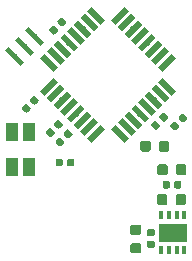
<source format=gbr>
G04 #@! TF.GenerationSoftware,KiCad,Pcbnew,(5.1.2)-2*
G04 #@! TF.CreationDate,2020-01-14T13:00:19+01:00*
G04 #@! TF.ProjectId,ACM-pcb,41434d2d-7063-4622-9e6b-696361645f70,rev?*
G04 #@! TF.SameCoordinates,Original*
G04 #@! TF.FileFunction,Paste,Top*
G04 #@! TF.FilePolarity,Positive*
%FSLAX46Y46*%
G04 Gerber Fmt 4.6, Leading zero omitted, Abs format (unit mm)*
G04 Created by KiCad (PCBNEW (5.1.2)-2) date 2020-01-14 13:00:19*
%MOMM*%
%LPD*%
G04 APERTURE LIST*
%ADD10C,0.100000*%
%ADD11C,0.875000*%
%ADD12C,0.550000*%
%ADD13R,1.100000X1.500000*%
%ADD14C,0.590000*%
%ADD15C,0.400000*%
%ADD16R,0.350000X0.750000*%
%ADD17R,2.400000X1.600000*%
G04 APERTURE END LIST*
D10*
G36*
X79027691Y-78026053D02*
G01*
X79048926Y-78029203D01*
X79069750Y-78034419D01*
X79089962Y-78041651D01*
X79109368Y-78050830D01*
X79127781Y-78061866D01*
X79145024Y-78074654D01*
X79160930Y-78089070D01*
X79175346Y-78104976D01*
X79188134Y-78122219D01*
X79199170Y-78140632D01*
X79208349Y-78160038D01*
X79215581Y-78180250D01*
X79220797Y-78201074D01*
X79223947Y-78222309D01*
X79225000Y-78243750D01*
X79225000Y-78756250D01*
X79223947Y-78777691D01*
X79220797Y-78798926D01*
X79215581Y-78819750D01*
X79208349Y-78839962D01*
X79199170Y-78859368D01*
X79188134Y-78877781D01*
X79175346Y-78895024D01*
X79160930Y-78910930D01*
X79145024Y-78925346D01*
X79127781Y-78938134D01*
X79109368Y-78949170D01*
X79089962Y-78958349D01*
X79069750Y-78965581D01*
X79048926Y-78970797D01*
X79027691Y-78973947D01*
X79006250Y-78975000D01*
X78568750Y-78975000D01*
X78547309Y-78973947D01*
X78526074Y-78970797D01*
X78505250Y-78965581D01*
X78485038Y-78958349D01*
X78465632Y-78949170D01*
X78447219Y-78938134D01*
X78429976Y-78925346D01*
X78414070Y-78910930D01*
X78399654Y-78895024D01*
X78386866Y-78877781D01*
X78375830Y-78859368D01*
X78366651Y-78839962D01*
X78359419Y-78819750D01*
X78354203Y-78798926D01*
X78351053Y-78777691D01*
X78350000Y-78756250D01*
X78350000Y-78243750D01*
X78351053Y-78222309D01*
X78354203Y-78201074D01*
X78359419Y-78180250D01*
X78366651Y-78160038D01*
X78375830Y-78140632D01*
X78386866Y-78122219D01*
X78399654Y-78104976D01*
X78414070Y-78089070D01*
X78429976Y-78074654D01*
X78447219Y-78061866D01*
X78465632Y-78050830D01*
X78485038Y-78041651D01*
X78505250Y-78034419D01*
X78526074Y-78029203D01*
X78547309Y-78026053D01*
X78568750Y-78025000D01*
X79006250Y-78025000D01*
X79027691Y-78026053D01*
X79027691Y-78026053D01*
G37*
D11*
X78787500Y-78500000D03*
D10*
G36*
X77452691Y-78026053D02*
G01*
X77473926Y-78029203D01*
X77494750Y-78034419D01*
X77514962Y-78041651D01*
X77534368Y-78050830D01*
X77552781Y-78061866D01*
X77570024Y-78074654D01*
X77585930Y-78089070D01*
X77600346Y-78104976D01*
X77613134Y-78122219D01*
X77624170Y-78140632D01*
X77633349Y-78160038D01*
X77640581Y-78180250D01*
X77645797Y-78201074D01*
X77648947Y-78222309D01*
X77650000Y-78243750D01*
X77650000Y-78756250D01*
X77648947Y-78777691D01*
X77645797Y-78798926D01*
X77640581Y-78819750D01*
X77633349Y-78839962D01*
X77624170Y-78859368D01*
X77613134Y-78877781D01*
X77600346Y-78895024D01*
X77585930Y-78910930D01*
X77570024Y-78925346D01*
X77552781Y-78938134D01*
X77534368Y-78949170D01*
X77514962Y-78958349D01*
X77494750Y-78965581D01*
X77473926Y-78970797D01*
X77452691Y-78973947D01*
X77431250Y-78975000D01*
X76993750Y-78975000D01*
X76972309Y-78973947D01*
X76951074Y-78970797D01*
X76930250Y-78965581D01*
X76910038Y-78958349D01*
X76890632Y-78949170D01*
X76872219Y-78938134D01*
X76854976Y-78925346D01*
X76839070Y-78910930D01*
X76824654Y-78895024D01*
X76811866Y-78877781D01*
X76800830Y-78859368D01*
X76791651Y-78839962D01*
X76784419Y-78819750D01*
X76779203Y-78798926D01*
X76776053Y-78777691D01*
X76775000Y-78756250D01*
X76775000Y-78243750D01*
X76776053Y-78222309D01*
X76779203Y-78201074D01*
X76784419Y-78180250D01*
X76791651Y-78160038D01*
X76800830Y-78140632D01*
X76811866Y-78122219D01*
X76824654Y-78104976D01*
X76839070Y-78089070D01*
X76854976Y-78074654D01*
X76872219Y-78061866D01*
X76890632Y-78050830D01*
X76910038Y-78041651D01*
X76930250Y-78034419D01*
X76951074Y-78029203D01*
X76972309Y-78026053D01*
X76993750Y-78025000D01*
X77431250Y-78025000D01*
X77452691Y-78026053D01*
X77452691Y-78026053D01*
G37*
D11*
X77212500Y-78500000D03*
D12*
X73018019Y-67461165D03*
D10*
G36*
X72257879Y-67089934D02*
G01*
X72646788Y-66701025D01*
X73778159Y-67832396D01*
X73389250Y-68221305D01*
X72257879Y-67089934D01*
X72257879Y-67089934D01*
G37*
D12*
X72452334Y-68026851D03*
D10*
G36*
X71692194Y-67655620D02*
G01*
X72081103Y-67266711D01*
X73212474Y-68398082D01*
X72823565Y-68786991D01*
X71692194Y-67655620D01*
X71692194Y-67655620D01*
G37*
D12*
X71886648Y-68592536D03*
D10*
G36*
X71126508Y-68221305D02*
G01*
X71515417Y-67832396D01*
X72646788Y-68963767D01*
X72257879Y-69352676D01*
X71126508Y-68221305D01*
X71126508Y-68221305D01*
G37*
D12*
X71320963Y-69158221D03*
D10*
G36*
X70560823Y-68786990D02*
G01*
X70949732Y-68398081D01*
X72081103Y-69529452D01*
X71692194Y-69918361D01*
X70560823Y-68786990D01*
X70560823Y-68786990D01*
G37*
D12*
X70755277Y-69723907D03*
D10*
G36*
X69995137Y-69352676D02*
G01*
X70384046Y-68963767D01*
X71515417Y-70095138D01*
X71126508Y-70484047D01*
X69995137Y-69352676D01*
X69995137Y-69352676D01*
G37*
D12*
X70189592Y-70289592D03*
D10*
G36*
X69429452Y-69918361D02*
G01*
X69818361Y-69529452D01*
X70949732Y-70660823D01*
X70560823Y-71049732D01*
X69429452Y-69918361D01*
X69429452Y-69918361D01*
G37*
D12*
X69623907Y-70855278D03*
D10*
G36*
X68863767Y-70484047D02*
G01*
X69252676Y-70095138D01*
X70384047Y-71226509D01*
X69995138Y-71615418D01*
X68863767Y-70484047D01*
X68863767Y-70484047D01*
G37*
D12*
X69058221Y-71420963D03*
D10*
G36*
X68298081Y-71049732D02*
G01*
X68686990Y-70660823D01*
X69818361Y-71792194D01*
X69429452Y-72181103D01*
X68298081Y-71049732D01*
X68298081Y-71049732D01*
G37*
D12*
X69058221Y-73471573D03*
D10*
G36*
X68686990Y-74231713D02*
G01*
X68298081Y-73842804D01*
X69429452Y-72711433D01*
X69818361Y-73100342D01*
X68686990Y-74231713D01*
X68686990Y-74231713D01*
G37*
D12*
X69623907Y-74037258D03*
D10*
G36*
X69252676Y-74797398D02*
G01*
X68863767Y-74408489D01*
X69995138Y-73277118D01*
X70384047Y-73666027D01*
X69252676Y-74797398D01*
X69252676Y-74797398D01*
G37*
D12*
X70189592Y-74602944D03*
D10*
G36*
X69818361Y-75363084D02*
G01*
X69429452Y-74974175D01*
X70560823Y-73842804D01*
X70949732Y-74231713D01*
X69818361Y-75363084D01*
X69818361Y-75363084D01*
G37*
D12*
X70755277Y-75168629D03*
D10*
G36*
X70384046Y-75928769D02*
G01*
X69995137Y-75539860D01*
X71126508Y-74408489D01*
X71515417Y-74797398D01*
X70384046Y-75928769D01*
X70384046Y-75928769D01*
G37*
D12*
X71320963Y-75734315D03*
D10*
G36*
X70949732Y-76494455D02*
G01*
X70560823Y-76105546D01*
X71692194Y-74974175D01*
X72081103Y-75363084D01*
X70949732Y-76494455D01*
X70949732Y-76494455D01*
G37*
D12*
X71886648Y-76300000D03*
D10*
G36*
X71515417Y-77060140D02*
G01*
X71126508Y-76671231D01*
X72257879Y-75539860D01*
X72646788Y-75928769D01*
X71515417Y-77060140D01*
X71515417Y-77060140D01*
G37*
D12*
X72452334Y-76865685D03*
D10*
G36*
X72081103Y-77625825D02*
G01*
X71692194Y-77236916D01*
X72823565Y-76105545D01*
X73212474Y-76494454D01*
X72081103Y-77625825D01*
X72081103Y-77625825D01*
G37*
D12*
X73018019Y-77431371D03*
D10*
G36*
X72646788Y-78191511D02*
G01*
X72257879Y-77802602D01*
X73389250Y-76671231D01*
X73778159Y-77060140D01*
X72646788Y-78191511D01*
X72646788Y-78191511D01*
G37*
D12*
X75068629Y-77431371D03*
D10*
G36*
X74308489Y-77060140D02*
G01*
X74697398Y-76671231D01*
X75828769Y-77802602D01*
X75439860Y-78191511D01*
X74308489Y-77060140D01*
X74308489Y-77060140D01*
G37*
D12*
X75634314Y-76865685D03*
D10*
G36*
X74874174Y-76494454D02*
G01*
X75263083Y-76105545D01*
X76394454Y-77236916D01*
X76005545Y-77625825D01*
X74874174Y-76494454D01*
X74874174Y-76494454D01*
G37*
D12*
X76200000Y-76300000D03*
D10*
G36*
X75439860Y-75928769D02*
G01*
X75828769Y-75539860D01*
X76960140Y-76671231D01*
X76571231Y-77060140D01*
X75439860Y-75928769D01*
X75439860Y-75928769D01*
G37*
D12*
X76765685Y-75734315D03*
D10*
G36*
X76005545Y-75363084D02*
G01*
X76394454Y-74974175D01*
X77525825Y-76105546D01*
X77136916Y-76494455D01*
X76005545Y-75363084D01*
X76005545Y-75363084D01*
G37*
D12*
X77331371Y-75168629D03*
D10*
G36*
X76571231Y-74797398D02*
G01*
X76960140Y-74408489D01*
X78091511Y-75539860D01*
X77702602Y-75928769D01*
X76571231Y-74797398D01*
X76571231Y-74797398D01*
G37*
D12*
X77897056Y-74602944D03*
D10*
G36*
X77136916Y-74231713D02*
G01*
X77525825Y-73842804D01*
X78657196Y-74974175D01*
X78268287Y-75363084D01*
X77136916Y-74231713D01*
X77136916Y-74231713D01*
G37*
D12*
X78462741Y-74037258D03*
D10*
G36*
X77702601Y-73666027D02*
G01*
X78091510Y-73277118D01*
X79222881Y-74408489D01*
X78833972Y-74797398D01*
X77702601Y-73666027D01*
X77702601Y-73666027D01*
G37*
D12*
X79028427Y-73471573D03*
D10*
G36*
X78268287Y-73100342D02*
G01*
X78657196Y-72711433D01*
X79788567Y-73842804D01*
X79399658Y-74231713D01*
X78268287Y-73100342D01*
X78268287Y-73100342D01*
G37*
D12*
X79028427Y-71420963D03*
D10*
G36*
X78657196Y-72181103D02*
G01*
X78268287Y-71792194D01*
X79399658Y-70660823D01*
X79788567Y-71049732D01*
X78657196Y-72181103D01*
X78657196Y-72181103D01*
G37*
D12*
X78462741Y-70855278D03*
D10*
G36*
X78091510Y-71615418D02*
G01*
X77702601Y-71226509D01*
X78833972Y-70095138D01*
X79222881Y-70484047D01*
X78091510Y-71615418D01*
X78091510Y-71615418D01*
G37*
D12*
X77897056Y-70289592D03*
D10*
G36*
X77525825Y-71049732D02*
G01*
X77136916Y-70660823D01*
X78268287Y-69529452D01*
X78657196Y-69918361D01*
X77525825Y-71049732D01*
X77525825Y-71049732D01*
G37*
D12*
X77331371Y-69723907D03*
D10*
G36*
X76960140Y-70484047D02*
G01*
X76571231Y-70095138D01*
X77702602Y-68963767D01*
X78091511Y-69352676D01*
X76960140Y-70484047D01*
X76960140Y-70484047D01*
G37*
D12*
X76765685Y-69158221D03*
D10*
G36*
X76394454Y-69918361D02*
G01*
X76005545Y-69529452D01*
X77136916Y-68398081D01*
X77525825Y-68786990D01*
X76394454Y-69918361D01*
X76394454Y-69918361D01*
G37*
D12*
X76200000Y-68592536D03*
D10*
G36*
X75828769Y-69352676D02*
G01*
X75439860Y-68963767D01*
X76571231Y-67832396D01*
X76960140Y-68221305D01*
X75828769Y-69352676D01*
X75828769Y-69352676D01*
G37*
D12*
X75634314Y-68026851D03*
D10*
G36*
X75263083Y-68786991D02*
G01*
X74874174Y-68398082D01*
X76005545Y-67266711D01*
X76394454Y-67655620D01*
X75263083Y-68786991D01*
X75263083Y-68786991D01*
G37*
D12*
X75068629Y-67461165D03*
D10*
G36*
X74697398Y-68221305D02*
G01*
X74308489Y-67832396D01*
X75439860Y-66701025D01*
X75828769Y-67089934D01*
X74697398Y-68221305D01*
X74697398Y-68221305D01*
G37*
D13*
X65890000Y-80300000D03*
X65890000Y-77300000D03*
X67390000Y-77300000D03*
X67390000Y-80300000D03*
D10*
G36*
X70061958Y-79580710D02*
G01*
X70076276Y-79582834D01*
X70090317Y-79586351D01*
X70103946Y-79591228D01*
X70117031Y-79597417D01*
X70129447Y-79604858D01*
X70141073Y-79613481D01*
X70151798Y-79623202D01*
X70161519Y-79633927D01*
X70170142Y-79645553D01*
X70177583Y-79657969D01*
X70183772Y-79671054D01*
X70188649Y-79684683D01*
X70192166Y-79698724D01*
X70194290Y-79713042D01*
X70195000Y-79727500D01*
X70195000Y-80072500D01*
X70194290Y-80086958D01*
X70192166Y-80101276D01*
X70188649Y-80115317D01*
X70183772Y-80128946D01*
X70177583Y-80142031D01*
X70170142Y-80154447D01*
X70161519Y-80166073D01*
X70151798Y-80176798D01*
X70141073Y-80186519D01*
X70129447Y-80195142D01*
X70117031Y-80202583D01*
X70103946Y-80208772D01*
X70090317Y-80213649D01*
X70076276Y-80217166D01*
X70061958Y-80219290D01*
X70047500Y-80220000D01*
X69752500Y-80220000D01*
X69738042Y-80219290D01*
X69723724Y-80217166D01*
X69709683Y-80213649D01*
X69696054Y-80208772D01*
X69682969Y-80202583D01*
X69670553Y-80195142D01*
X69658927Y-80186519D01*
X69648202Y-80176798D01*
X69638481Y-80166073D01*
X69629858Y-80154447D01*
X69622417Y-80142031D01*
X69616228Y-80128946D01*
X69611351Y-80115317D01*
X69607834Y-80101276D01*
X69605710Y-80086958D01*
X69605000Y-80072500D01*
X69605000Y-79727500D01*
X69605710Y-79713042D01*
X69607834Y-79698724D01*
X69611351Y-79684683D01*
X69616228Y-79671054D01*
X69622417Y-79657969D01*
X69629858Y-79645553D01*
X69638481Y-79633927D01*
X69648202Y-79623202D01*
X69658927Y-79613481D01*
X69670553Y-79604858D01*
X69682969Y-79597417D01*
X69696054Y-79591228D01*
X69709683Y-79586351D01*
X69723724Y-79582834D01*
X69738042Y-79580710D01*
X69752500Y-79580000D01*
X70047500Y-79580000D01*
X70061958Y-79580710D01*
X70061958Y-79580710D01*
G37*
D14*
X69900000Y-79900000D03*
D10*
G36*
X71031958Y-79580710D02*
G01*
X71046276Y-79582834D01*
X71060317Y-79586351D01*
X71073946Y-79591228D01*
X71087031Y-79597417D01*
X71099447Y-79604858D01*
X71111073Y-79613481D01*
X71121798Y-79623202D01*
X71131519Y-79633927D01*
X71140142Y-79645553D01*
X71147583Y-79657969D01*
X71153772Y-79671054D01*
X71158649Y-79684683D01*
X71162166Y-79698724D01*
X71164290Y-79713042D01*
X71165000Y-79727500D01*
X71165000Y-80072500D01*
X71164290Y-80086958D01*
X71162166Y-80101276D01*
X71158649Y-80115317D01*
X71153772Y-80128946D01*
X71147583Y-80142031D01*
X71140142Y-80154447D01*
X71131519Y-80166073D01*
X71121798Y-80176798D01*
X71111073Y-80186519D01*
X71099447Y-80195142D01*
X71087031Y-80202583D01*
X71073946Y-80208772D01*
X71060317Y-80213649D01*
X71046276Y-80217166D01*
X71031958Y-80219290D01*
X71017500Y-80220000D01*
X70722500Y-80220000D01*
X70708042Y-80219290D01*
X70693724Y-80217166D01*
X70679683Y-80213649D01*
X70666054Y-80208772D01*
X70652969Y-80202583D01*
X70640553Y-80195142D01*
X70628927Y-80186519D01*
X70618202Y-80176798D01*
X70608481Y-80166073D01*
X70599858Y-80154447D01*
X70592417Y-80142031D01*
X70586228Y-80128946D01*
X70581351Y-80115317D01*
X70577834Y-80101276D01*
X70575710Y-80086958D01*
X70575000Y-80072500D01*
X70575000Y-79727500D01*
X70575710Y-79713042D01*
X70577834Y-79698724D01*
X70581351Y-79684683D01*
X70586228Y-79671054D01*
X70592417Y-79657969D01*
X70599858Y-79645553D01*
X70608481Y-79633927D01*
X70618202Y-79623202D01*
X70628927Y-79613481D01*
X70640553Y-79604858D01*
X70652969Y-79597417D01*
X70666054Y-79591228D01*
X70679683Y-79586351D01*
X70693724Y-79582834D01*
X70708042Y-79580710D01*
X70722500Y-79580000D01*
X71017500Y-79580000D01*
X71031958Y-79580710D01*
X71031958Y-79580710D01*
G37*
D14*
X70870000Y-79900000D03*
D10*
G36*
X69976780Y-77766936D02*
G01*
X69991098Y-77769060D01*
X70005139Y-77772577D01*
X70018768Y-77777454D01*
X70031853Y-77783643D01*
X70044269Y-77791084D01*
X70055895Y-77799707D01*
X70066620Y-77809428D01*
X70310572Y-78053380D01*
X70320293Y-78064105D01*
X70328916Y-78075731D01*
X70336357Y-78088147D01*
X70342546Y-78101232D01*
X70347423Y-78114861D01*
X70350940Y-78128902D01*
X70353064Y-78143220D01*
X70353774Y-78157678D01*
X70353064Y-78172136D01*
X70350940Y-78186454D01*
X70347423Y-78200495D01*
X70342546Y-78214124D01*
X70336357Y-78227209D01*
X70328916Y-78239625D01*
X70320293Y-78251251D01*
X70310572Y-78261976D01*
X70101976Y-78470572D01*
X70091251Y-78480293D01*
X70079625Y-78488916D01*
X70067209Y-78496357D01*
X70054124Y-78502546D01*
X70040495Y-78507423D01*
X70026454Y-78510940D01*
X70012136Y-78513064D01*
X69997678Y-78513774D01*
X69983220Y-78513064D01*
X69968902Y-78510940D01*
X69954861Y-78507423D01*
X69941232Y-78502546D01*
X69928147Y-78496357D01*
X69915731Y-78488916D01*
X69904105Y-78480293D01*
X69893380Y-78470572D01*
X69649428Y-78226620D01*
X69639707Y-78215895D01*
X69631084Y-78204269D01*
X69623643Y-78191853D01*
X69617454Y-78178768D01*
X69612577Y-78165139D01*
X69609060Y-78151098D01*
X69606936Y-78136780D01*
X69606226Y-78122322D01*
X69606936Y-78107864D01*
X69609060Y-78093546D01*
X69612577Y-78079505D01*
X69617454Y-78065876D01*
X69623643Y-78052791D01*
X69631084Y-78040375D01*
X69639707Y-78028749D01*
X69649428Y-78018024D01*
X69858024Y-77809428D01*
X69868749Y-77799707D01*
X69880375Y-77791084D01*
X69892791Y-77783643D01*
X69905876Y-77777454D01*
X69919505Y-77772577D01*
X69933546Y-77769060D01*
X69947864Y-77766936D01*
X69962322Y-77766226D01*
X69976780Y-77766936D01*
X69976780Y-77766936D01*
G37*
D14*
X69980000Y-78140000D03*
D10*
G36*
X70662674Y-77081042D02*
G01*
X70676992Y-77083166D01*
X70691033Y-77086683D01*
X70704662Y-77091560D01*
X70717747Y-77097749D01*
X70730163Y-77105190D01*
X70741789Y-77113813D01*
X70752514Y-77123534D01*
X70996466Y-77367486D01*
X71006187Y-77378211D01*
X71014810Y-77389837D01*
X71022251Y-77402253D01*
X71028440Y-77415338D01*
X71033317Y-77428967D01*
X71036834Y-77443008D01*
X71038958Y-77457326D01*
X71039668Y-77471784D01*
X71038958Y-77486242D01*
X71036834Y-77500560D01*
X71033317Y-77514601D01*
X71028440Y-77528230D01*
X71022251Y-77541315D01*
X71014810Y-77553731D01*
X71006187Y-77565357D01*
X70996466Y-77576082D01*
X70787870Y-77784678D01*
X70777145Y-77794399D01*
X70765519Y-77803022D01*
X70753103Y-77810463D01*
X70740018Y-77816652D01*
X70726389Y-77821529D01*
X70712348Y-77825046D01*
X70698030Y-77827170D01*
X70683572Y-77827880D01*
X70669114Y-77827170D01*
X70654796Y-77825046D01*
X70640755Y-77821529D01*
X70627126Y-77816652D01*
X70614041Y-77810463D01*
X70601625Y-77803022D01*
X70589999Y-77794399D01*
X70579274Y-77784678D01*
X70335322Y-77540726D01*
X70325601Y-77530001D01*
X70316978Y-77518375D01*
X70309537Y-77505959D01*
X70303348Y-77492874D01*
X70298471Y-77479245D01*
X70294954Y-77465204D01*
X70292830Y-77450886D01*
X70292120Y-77436428D01*
X70292830Y-77421970D01*
X70294954Y-77407652D01*
X70298471Y-77393611D01*
X70303348Y-77379982D01*
X70309537Y-77366897D01*
X70316978Y-77354481D01*
X70325601Y-77342855D01*
X70335322Y-77332130D01*
X70543918Y-77123534D01*
X70554643Y-77113813D01*
X70566269Y-77105190D01*
X70578685Y-77097749D01*
X70591770Y-77091560D01*
X70605399Y-77086683D01*
X70619440Y-77083166D01*
X70633758Y-77081042D01*
X70648216Y-77080332D01*
X70662674Y-77081042D01*
X70662674Y-77081042D01*
G37*
D14*
X70665894Y-77454106D03*
D15*
X67847057Y-69182943D03*
D10*
G36*
X68377387Y-69996116D02*
G01*
X67033884Y-68652613D01*
X67316727Y-68369770D01*
X68660230Y-69713273D01*
X68377387Y-69996116D01*
X68377387Y-69996116D01*
G37*
D15*
X66998529Y-70031472D03*
D10*
G36*
X67528859Y-70844645D02*
G01*
X66185356Y-69501142D01*
X66468199Y-69218299D01*
X67811702Y-70561802D01*
X67528859Y-70844645D01*
X67528859Y-70844645D01*
G37*
D15*
X66150000Y-70880000D03*
D10*
G36*
X66680330Y-71693173D02*
G01*
X65336827Y-70349670D01*
X65619670Y-70066827D01*
X66963173Y-71410330D01*
X66680330Y-71693173D01*
X66680330Y-71693173D01*
G37*
G36*
X70132674Y-67616042D02*
G01*
X70146992Y-67618166D01*
X70161033Y-67621683D01*
X70174662Y-67626560D01*
X70187747Y-67632749D01*
X70200163Y-67640190D01*
X70211789Y-67648813D01*
X70222514Y-67658534D01*
X70466466Y-67902486D01*
X70476187Y-67913211D01*
X70484810Y-67924837D01*
X70492251Y-67937253D01*
X70498440Y-67950338D01*
X70503317Y-67963967D01*
X70506834Y-67978008D01*
X70508958Y-67992326D01*
X70509668Y-68006784D01*
X70508958Y-68021242D01*
X70506834Y-68035560D01*
X70503317Y-68049601D01*
X70498440Y-68063230D01*
X70492251Y-68076315D01*
X70484810Y-68088731D01*
X70476187Y-68100357D01*
X70466466Y-68111082D01*
X70257870Y-68319678D01*
X70247145Y-68329399D01*
X70235519Y-68338022D01*
X70223103Y-68345463D01*
X70210018Y-68351652D01*
X70196389Y-68356529D01*
X70182348Y-68360046D01*
X70168030Y-68362170D01*
X70153572Y-68362880D01*
X70139114Y-68362170D01*
X70124796Y-68360046D01*
X70110755Y-68356529D01*
X70097126Y-68351652D01*
X70084041Y-68345463D01*
X70071625Y-68338022D01*
X70059999Y-68329399D01*
X70049274Y-68319678D01*
X69805322Y-68075726D01*
X69795601Y-68065001D01*
X69786978Y-68053375D01*
X69779537Y-68040959D01*
X69773348Y-68027874D01*
X69768471Y-68014245D01*
X69764954Y-68000204D01*
X69762830Y-67985886D01*
X69762120Y-67971428D01*
X69762830Y-67956970D01*
X69764954Y-67942652D01*
X69768471Y-67928611D01*
X69773348Y-67914982D01*
X69779537Y-67901897D01*
X69786978Y-67889481D01*
X69795601Y-67877855D01*
X69805322Y-67867130D01*
X70013918Y-67658534D01*
X70024643Y-67648813D01*
X70036269Y-67640190D01*
X70048685Y-67632749D01*
X70061770Y-67626560D01*
X70075399Y-67621683D01*
X70089440Y-67618166D01*
X70103758Y-67616042D01*
X70118216Y-67615332D01*
X70132674Y-67616042D01*
X70132674Y-67616042D01*
G37*
D14*
X70135894Y-67989106D03*
D10*
G36*
X69446780Y-68301936D02*
G01*
X69461098Y-68304060D01*
X69475139Y-68307577D01*
X69488768Y-68312454D01*
X69501853Y-68318643D01*
X69514269Y-68326084D01*
X69525895Y-68334707D01*
X69536620Y-68344428D01*
X69780572Y-68588380D01*
X69790293Y-68599105D01*
X69798916Y-68610731D01*
X69806357Y-68623147D01*
X69812546Y-68636232D01*
X69817423Y-68649861D01*
X69820940Y-68663902D01*
X69823064Y-68678220D01*
X69823774Y-68692678D01*
X69823064Y-68707136D01*
X69820940Y-68721454D01*
X69817423Y-68735495D01*
X69812546Y-68749124D01*
X69806357Y-68762209D01*
X69798916Y-68774625D01*
X69790293Y-68786251D01*
X69780572Y-68796976D01*
X69571976Y-69005572D01*
X69561251Y-69015293D01*
X69549625Y-69023916D01*
X69537209Y-69031357D01*
X69524124Y-69037546D01*
X69510495Y-69042423D01*
X69496454Y-69045940D01*
X69482136Y-69048064D01*
X69467678Y-69048774D01*
X69453220Y-69048064D01*
X69438902Y-69045940D01*
X69424861Y-69042423D01*
X69411232Y-69037546D01*
X69398147Y-69031357D01*
X69385731Y-69023916D01*
X69374105Y-69015293D01*
X69363380Y-69005572D01*
X69119428Y-68761620D01*
X69109707Y-68750895D01*
X69101084Y-68739269D01*
X69093643Y-68726853D01*
X69087454Y-68713768D01*
X69082577Y-68700139D01*
X69079060Y-68686098D01*
X69076936Y-68671780D01*
X69076226Y-68657322D01*
X69076936Y-68642864D01*
X69079060Y-68628546D01*
X69082577Y-68614505D01*
X69087454Y-68600876D01*
X69093643Y-68587791D01*
X69101084Y-68575375D01*
X69109707Y-68563749D01*
X69119428Y-68553024D01*
X69328024Y-68344428D01*
X69338749Y-68334707D01*
X69350375Y-68326084D01*
X69362791Y-68318643D01*
X69375876Y-68312454D01*
X69389505Y-68307577D01*
X69403546Y-68304060D01*
X69417864Y-68301936D01*
X69432322Y-68301226D01*
X69446780Y-68301936D01*
X69446780Y-68301936D01*
G37*
D14*
X69450000Y-68675000D03*
D10*
G36*
X79696780Y-76426936D02*
G01*
X79711098Y-76429060D01*
X79725139Y-76432577D01*
X79738768Y-76437454D01*
X79751853Y-76443643D01*
X79764269Y-76451084D01*
X79775895Y-76459707D01*
X79786620Y-76469428D01*
X80030572Y-76713380D01*
X80040293Y-76724105D01*
X80048916Y-76735731D01*
X80056357Y-76748147D01*
X80062546Y-76761232D01*
X80067423Y-76774861D01*
X80070940Y-76788902D01*
X80073064Y-76803220D01*
X80073774Y-76817678D01*
X80073064Y-76832136D01*
X80070940Y-76846454D01*
X80067423Y-76860495D01*
X80062546Y-76874124D01*
X80056357Y-76887209D01*
X80048916Y-76899625D01*
X80040293Y-76911251D01*
X80030572Y-76921976D01*
X79821976Y-77130572D01*
X79811251Y-77140293D01*
X79799625Y-77148916D01*
X79787209Y-77156357D01*
X79774124Y-77162546D01*
X79760495Y-77167423D01*
X79746454Y-77170940D01*
X79732136Y-77173064D01*
X79717678Y-77173774D01*
X79703220Y-77173064D01*
X79688902Y-77170940D01*
X79674861Y-77167423D01*
X79661232Y-77162546D01*
X79648147Y-77156357D01*
X79635731Y-77148916D01*
X79624105Y-77140293D01*
X79613380Y-77130572D01*
X79369428Y-76886620D01*
X79359707Y-76875895D01*
X79351084Y-76864269D01*
X79343643Y-76851853D01*
X79337454Y-76838768D01*
X79332577Y-76825139D01*
X79329060Y-76811098D01*
X79326936Y-76796780D01*
X79326226Y-76782322D01*
X79326936Y-76767864D01*
X79329060Y-76753546D01*
X79332577Y-76739505D01*
X79337454Y-76725876D01*
X79343643Y-76712791D01*
X79351084Y-76700375D01*
X79359707Y-76688749D01*
X79369428Y-76678024D01*
X79578024Y-76469428D01*
X79588749Y-76459707D01*
X79600375Y-76451084D01*
X79612791Y-76443643D01*
X79625876Y-76437454D01*
X79639505Y-76432577D01*
X79653546Y-76429060D01*
X79667864Y-76426936D01*
X79682322Y-76426226D01*
X79696780Y-76426936D01*
X79696780Y-76426936D01*
G37*
D14*
X79700000Y-76800000D03*
D10*
G36*
X80382674Y-75741042D02*
G01*
X80396992Y-75743166D01*
X80411033Y-75746683D01*
X80424662Y-75751560D01*
X80437747Y-75757749D01*
X80450163Y-75765190D01*
X80461789Y-75773813D01*
X80472514Y-75783534D01*
X80716466Y-76027486D01*
X80726187Y-76038211D01*
X80734810Y-76049837D01*
X80742251Y-76062253D01*
X80748440Y-76075338D01*
X80753317Y-76088967D01*
X80756834Y-76103008D01*
X80758958Y-76117326D01*
X80759668Y-76131784D01*
X80758958Y-76146242D01*
X80756834Y-76160560D01*
X80753317Y-76174601D01*
X80748440Y-76188230D01*
X80742251Y-76201315D01*
X80734810Y-76213731D01*
X80726187Y-76225357D01*
X80716466Y-76236082D01*
X80507870Y-76444678D01*
X80497145Y-76454399D01*
X80485519Y-76463022D01*
X80473103Y-76470463D01*
X80460018Y-76476652D01*
X80446389Y-76481529D01*
X80432348Y-76485046D01*
X80418030Y-76487170D01*
X80403572Y-76487880D01*
X80389114Y-76487170D01*
X80374796Y-76485046D01*
X80360755Y-76481529D01*
X80347126Y-76476652D01*
X80334041Y-76470463D01*
X80321625Y-76463022D01*
X80309999Y-76454399D01*
X80299274Y-76444678D01*
X80055322Y-76200726D01*
X80045601Y-76190001D01*
X80036978Y-76178375D01*
X80029537Y-76165959D01*
X80023348Y-76152874D01*
X80018471Y-76139245D01*
X80014954Y-76125204D01*
X80012830Y-76110886D01*
X80012120Y-76096428D01*
X80012830Y-76081970D01*
X80014954Y-76067652D01*
X80018471Y-76053611D01*
X80023348Y-76039982D01*
X80029537Y-76026897D01*
X80036978Y-76014481D01*
X80045601Y-76002855D01*
X80055322Y-75992130D01*
X80263918Y-75783534D01*
X80274643Y-75773813D01*
X80286269Y-75765190D01*
X80298685Y-75757749D01*
X80311770Y-75751560D01*
X80325399Y-75746683D01*
X80339440Y-75743166D01*
X80353758Y-75741042D01*
X80368216Y-75740332D01*
X80382674Y-75741042D01*
X80382674Y-75741042D01*
G37*
D14*
X80385894Y-76114106D03*
D10*
G36*
X78053833Y-76369883D02*
G01*
X78068151Y-76372007D01*
X78082192Y-76375524D01*
X78095821Y-76380401D01*
X78108906Y-76386590D01*
X78121322Y-76394031D01*
X78132948Y-76402654D01*
X78143673Y-76412375D01*
X78387625Y-76656327D01*
X78397346Y-76667052D01*
X78405969Y-76678678D01*
X78413410Y-76691094D01*
X78419599Y-76704179D01*
X78424476Y-76717808D01*
X78427993Y-76731849D01*
X78430117Y-76746167D01*
X78430827Y-76760625D01*
X78430117Y-76775083D01*
X78427993Y-76789401D01*
X78424476Y-76803442D01*
X78419599Y-76817071D01*
X78413410Y-76830156D01*
X78405969Y-76842572D01*
X78397346Y-76854198D01*
X78387625Y-76864923D01*
X78179029Y-77073519D01*
X78168304Y-77083240D01*
X78156678Y-77091863D01*
X78144262Y-77099304D01*
X78131177Y-77105493D01*
X78117548Y-77110370D01*
X78103507Y-77113887D01*
X78089189Y-77116011D01*
X78074731Y-77116721D01*
X78060273Y-77116011D01*
X78045955Y-77113887D01*
X78031914Y-77110370D01*
X78018285Y-77105493D01*
X78005200Y-77099304D01*
X77992784Y-77091863D01*
X77981158Y-77083240D01*
X77970433Y-77073519D01*
X77726481Y-76829567D01*
X77716760Y-76818842D01*
X77708137Y-76807216D01*
X77700696Y-76794800D01*
X77694507Y-76781715D01*
X77689630Y-76768086D01*
X77686113Y-76754045D01*
X77683989Y-76739727D01*
X77683279Y-76725269D01*
X77683989Y-76710811D01*
X77686113Y-76696493D01*
X77689630Y-76682452D01*
X77694507Y-76668823D01*
X77700696Y-76655738D01*
X77708137Y-76643322D01*
X77716760Y-76631696D01*
X77726481Y-76620971D01*
X77935077Y-76412375D01*
X77945802Y-76402654D01*
X77957428Y-76394031D01*
X77969844Y-76386590D01*
X77982929Y-76380401D01*
X77996558Y-76375524D01*
X78010599Y-76372007D01*
X78024917Y-76369883D01*
X78039375Y-76369173D01*
X78053833Y-76369883D01*
X78053833Y-76369883D01*
G37*
D14*
X78057053Y-76742947D03*
D10*
G36*
X78739727Y-75683989D02*
G01*
X78754045Y-75686113D01*
X78768086Y-75689630D01*
X78781715Y-75694507D01*
X78794800Y-75700696D01*
X78807216Y-75708137D01*
X78818842Y-75716760D01*
X78829567Y-75726481D01*
X79073519Y-75970433D01*
X79083240Y-75981158D01*
X79091863Y-75992784D01*
X79099304Y-76005200D01*
X79105493Y-76018285D01*
X79110370Y-76031914D01*
X79113887Y-76045955D01*
X79116011Y-76060273D01*
X79116721Y-76074731D01*
X79116011Y-76089189D01*
X79113887Y-76103507D01*
X79110370Y-76117548D01*
X79105493Y-76131177D01*
X79099304Y-76144262D01*
X79091863Y-76156678D01*
X79083240Y-76168304D01*
X79073519Y-76179029D01*
X78864923Y-76387625D01*
X78854198Y-76397346D01*
X78842572Y-76405969D01*
X78830156Y-76413410D01*
X78817071Y-76419599D01*
X78803442Y-76424476D01*
X78789401Y-76427993D01*
X78775083Y-76430117D01*
X78760625Y-76430827D01*
X78746167Y-76430117D01*
X78731849Y-76427993D01*
X78717808Y-76424476D01*
X78704179Y-76419599D01*
X78691094Y-76413410D01*
X78678678Y-76405969D01*
X78667052Y-76397346D01*
X78656327Y-76387625D01*
X78412375Y-76143673D01*
X78402654Y-76132948D01*
X78394031Y-76121322D01*
X78386590Y-76108906D01*
X78380401Y-76095821D01*
X78375524Y-76082192D01*
X78372007Y-76068151D01*
X78369883Y-76053833D01*
X78369173Y-76039375D01*
X78369883Y-76024917D01*
X78372007Y-76010599D01*
X78375524Y-75996558D01*
X78380401Y-75982929D01*
X78386590Y-75969844D01*
X78394031Y-75957428D01*
X78402654Y-75945802D01*
X78412375Y-75935077D01*
X78620971Y-75726481D01*
X78631696Y-75716760D01*
X78643322Y-75708137D01*
X78655738Y-75700696D01*
X78668823Y-75694507D01*
X78682452Y-75689630D01*
X78696493Y-75686113D01*
X78710811Y-75683989D01*
X78725269Y-75683279D01*
X78739727Y-75683989D01*
X78739727Y-75683989D01*
G37*
D14*
X78742947Y-76057053D03*
D10*
G36*
X77856958Y-86503710D02*
G01*
X77871276Y-86505834D01*
X77885317Y-86509351D01*
X77898946Y-86514228D01*
X77912031Y-86520417D01*
X77924447Y-86527858D01*
X77936073Y-86536481D01*
X77946798Y-86546202D01*
X77956519Y-86556927D01*
X77965142Y-86568553D01*
X77972583Y-86580969D01*
X77978772Y-86594054D01*
X77983649Y-86607683D01*
X77987166Y-86621724D01*
X77989290Y-86636042D01*
X77990000Y-86650500D01*
X77990000Y-86945500D01*
X77989290Y-86959958D01*
X77987166Y-86974276D01*
X77983649Y-86988317D01*
X77978772Y-87001946D01*
X77972583Y-87015031D01*
X77965142Y-87027447D01*
X77956519Y-87039073D01*
X77946798Y-87049798D01*
X77936073Y-87059519D01*
X77924447Y-87068142D01*
X77912031Y-87075583D01*
X77898946Y-87081772D01*
X77885317Y-87086649D01*
X77871276Y-87090166D01*
X77856958Y-87092290D01*
X77842500Y-87093000D01*
X77497500Y-87093000D01*
X77483042Y-87092290D01*
X77468724Y-87090166D01*
X77454683Y-87086649D01*
X77441054Y-87081772D01*
X77427969Y-87075583D01*
X77415553Y-87068142D01*
X77403927Y-87059519D01*
X77393202Y-87049798D01*
X77383481Y-87039073D01*
X77374858Y-87027447D01*
X77367417Y-87015031D01*
X77361228Y-87001946D01*
X77356351Y-86988317D01*
X77352834Y-86974276D01*
X77350710Y-86959958D01*
X77350000Y-86945500D01*
X77350000Y-86650500D01*
X77350710Y-86636042D01*
X77352834Y-86621724D01*
X77356351Y-86607683D01*
X77361228Y-86594054D01*
X77367417Y-86580969D01*
X77374858Y-86568553D01*
X77383481Y-86556927D01*
X77393202Y-86546202D01*
X77403927Y-86536481D01*
X77415553Y-86527858D01*
X77427969Y-86520417D01*
X77441054Y-86514228D01*
X77454683Y-86509351D01*
X77468724Y-86505834D01*
X77483042Y-86503710D01*
X77497500Y-86503000D01*
X77842500Y-86503000D01*
X77856958Y-86503710D01*
X77856958Y-86503710D01*
G37*
D14*
X77670000Y-86798000D03*
D10*
G36*
X77856958Y-85533710D02*
G01*
X77871276Y-85535834D01*
X77885317Y-85539351D01*
X77898946Y-85544228D01*
X77912031Y-85550417D01*
X77924447Y-85557858D01*
X77936073Y-85566481D01*
X77946798Y-85576202D01*
X77956519Y-85586927D01*
X77965142Y-85598553D01*
X77972583Y-85610969D01*
X77978772Y-85624054D01*
X77983649Y-85637683D01*
X77987166Y-85651724D01*
X77989290Y-85666042D01*
X77990000Y-85680500D01*
X77990000Y-85975500D01*
X77989290Y-85989958D01*
X77987166Y-86004276D01*
X77983649Y-86018317D01*
X77978772Y-86031946D01*
X77972583Y-86045031D01*
X77965142Y-86057447D01*
X77956519Y-86069073D01*
X77946798Y-86079798D01*
X77936073Y-86089519D01*
X77924447Y-86098142D01*
X77912031Y-86105583D01*
X77898946Y-86111772D01*
X77885317Y-86116649D01*
X77871276Y-86120166D01*
X77856958Y-86122290D01*
X77842500Y-86123000D01*
X77497500Y-86123000D01*
X77483042Y-86122290D01*
X77468724Y-86120166D01*
X77454683Y-86116649D01*
X77441054Y-86111772D01*
X77427969Y-86105583D01*
X77415553Y-86098142D01*
X77403927Y-86089519D01*
X77393202Y-86079798D01*
X77383481Y-86069073D01*
X77374858Y-86057447D01*
X77367417Y-86045031D01*
X77361228Y-86031946D01*
X77356351Y-86018317D01*
X77352834Y-86004276D01*
X77350710Y-85989958D01*
X77350000Y-85975500D01*
X77350000Y-85680500D01*
X77350710Y-85666042D01*
X77352834Y-85651724D01*
X77356351Y-85637683D01*
X77361228Y-85624054D01*
X77367417Y-85610969D01*
X77374858Y-85598553D01*
X77383481Y-85586927D01*
X77393202Y-85576202D01*
X77403927Y-85566481D01*
X77415553Y-85557858D01*
X77427969Y-85550417D01*
X77441054Y-85544228D01*
X77454683Y-85539351D01*
X77468724Y-85535834D01*
X77483042Y-85533710D01*
X77497500Y-85533000D01*
X77842500Y-85533000D01*
X77856958Y-85533710D01*
X77856958Y-85533710D01*
G37*
D14*
X77670000Y-85828000D03*
D10*
G36*
X79147958Y-81444710D02*
G01*
X79162276Y-81446834D01*
X79176317Y-81450351D01*
X79189946Y-81455228D01*
X79203031Y-81461417D01*
X79215447Y-81468858D01*
X79227073Y-81477481D01*
X79237798Y-81487202D01*
X79247519Y-81497927D01*
X79256142Y-81509553D01*
X79263583Y-81521969D01*
X79269772Y-81535054D01*
X79274649Y-81548683D01*
X79278166Y-81562724D01*
X79280290Y-81577042D01*
X79281000Y-81591500D01*
X79281000Y-81936500D01*
X79280290Y-81950958D01*
X79278166Y-81965276D01*
X79274649Y-81979317D01*
X79269772Y-81992946D01*
X79263583Y-82006031D01*
X79256142Y-82018447D01*
X79247519Y-82030073D01*
X79237798Y-82040798D01*
X79227073Y-82050519D01*
X79215447Y-82059142D01*
X79203031Y-82066583D01*
X79189946Y-82072772D01*
X79176317Y-82077649D01*
X79162276Y-82081166D01*
X79147958Y-82083290D01*
X79133500Y-82084000D01*
X78838500Y-82084000D01*
X78824042Y-82083290D01*
X78809724Y-82081166D01*
X78795683Y-82077649D01*
X78782054Y-82072772D01*
X78768969Y-82066583D01*
X78756553Y-82059142D01*
X78744927Y-82050519D01*
X78734202Y-82040798D01*
X78724481Y-82030073D01*
X78715858Y-82018447D01*
X78708417Y-82006031D01*
X78702228Y-81992946D01*
X78697351Y-81979317D01*
X78693834Y-81965276D01*
X78691710Y-81950958D01*
X78691000Y-81936500D01*
X78691000Y-81591500D01*
X78691710Y-81577042D01*
X78693834Y-81562724D01*
X78697351Y-81548683D01*
X78702228Y-81535054D01*
X78708417Y-81521969D01*
X78715858Y-81509553D01*
X78724481Y-81497927D01*
X78734202Y-81487202D01*
X78744927Y-81477481D01*
X78756553Y-81468858D01*
X78768969Y-81461417D01*
X78782054Y-81455228D01*
X78795683Y-81450351D01*
X78809724Y-81446834D01*
X78824042Y-81444710D01*
X78838500Y-81444000D01*
X79133500Y-81444000D01*
X79147958Y-81444710D01*
X79147958Y-81444710D01*
G37*
D14*
X78986000Y-81764000D03*
D10*
G36*
X80117958Y-81444710D02*
G01*
X80132276Y-81446834D01*
X80146317Y-81450351D01*
X80159946Y-81455228D01*
X80173031Y-81461417D01*
X80185447Y-81468858D01*
X80197073Y-81477481D01*
X80207798Y-81487202D01*
X80217519Y-81497927D01*
X80226142Y-81509553D01*
X80233583Y-81521969D01*
X80239772Y-81535054D01*
X80244649Y-81548683D01*
X80248166Y-81562724D01*
X80250290Y-81577042D01*
X80251000Y-81591500D01*
X80251000Y-81936500D01*
X80250290Y-81950958D01*
X80248166Y-81965276D01*
X80244649Y-81979317D01*
X80239772Y-81992946D01*
X80233583Y-82006031D01*
X80226142Y-82018447D01*
X80217519Y-82030073D01*
X80207798Y-82040798D01*
X80197073Y-82050519D01*
X80185447Y-82059142D01*
X80173031Y-82066583D01*
X80159946Y-82072772D01*
X80146317Y-82077649D01*
X80132276Y-82081166D01*
X80117958Y-82083290D01*
X80103500Y-82084000D01*
X79808500Y-82084000D01*
X79794042Y-82083290D01*
X79779724Y-82081166D01*
X79765683Y-82077649D01*
X79752054Y-82072772D01*
X79738969Y-82066583D01*
X79726553Y-82059142D01*
X79714927Y-82050519D01*
X79704202Y-82040798D01*
X79694481Y-82030073D01*
X79685858Y-82018447D01*
X79678417Y-82006031D01*
X79672228Y-81992946D01*
X79667351Y-81979317D01*
X79663834Y-81965276D01*
X79661710Y-81950958D01*
X79661000Y-81936500D01*
X79661000Y-81591500D01*
X79661710Y-81577042D01*
X79663834Y-81562724D01*
X79667351Y-81548683D01*
X79672228Y-81535054D01*
X79678417Y-81521969D01*
X79685858Y-81509553D01*
X79694481Y-81497927D01*
X79704202Y-81487202D01*
X79714927Y-81477481D01*
X79726553Y-81468858D01*
X79738969Y-81461417D01*
X79752054Y-81455228D01*
X79765683Y-81450351D01*
X79779724Y-81446834D01*
X79794042Y-81444710D01*
X79808500Y-81444000D01*
X80103500Y-81444000D01*
X80117958Y-81444710D01*
X80117958Y-81444710D01*
G37*
D14*
X79956000Y-81764000D03*
D10*
G36*
X78875191Y-82560053D02*
G01*
X78896426Y-82563203D01*
X78917250Y-82568419D01*
X78937462Y-82575651D01*
X78956868Y-82584830D01*
X78975281Y-82595866D01*
X78992524Y-82608654D01*
X79008430Y-82623070D01*
X79022846Y-82638976D01*
X79035634Y-82656219D01*
X79046670Y-82674632D01*
X79055849Y-82694038D01*
X79063081Y-82714250D01*
X79068297Y-82735074D01*
X79071447Y-82756309D01*
X79072500Y-82777750D01*
X79072500Y-83290250D01*
X79071447Y-83311691D01*
X79068297Y-83332926D01*
X79063081Y-83353750D01*
X79055849Y-83373962D01*
X79046670Y-83393368D01*
X79035634Y-83411781D01*
X79022846Y-83429024D01*
X79008430Y-83444930D01*
X78992524Y-83459346D01*
X78975281Y-83472134D01*
X78956868Y-83483170D01*
X78937462Y-83492349D01*
X78917250Y-83499581D01*
X78896426Y-83504797D01*
X78875191Y-83507947D01*
X78853750Y-83509000D01*
X78416250Y-83509000D01*
X78394809Y-83507947D01*
X78373574Y-83504797D01*
X78352750Y-83499581D01*
X78332538Y-83492349D01*
X78313132Y-83483170D01*
X78294719Y-83472134D01*
X78277476Y-83459346D01*
X78261570Y-83444930D01*
X78247154Y-83429024D01*
X78234366Y-83411781D01*
X78223330Y-83393368D01*
X78214151Y-83373962D01*
X78206919Y-83353750D01*
X78201703Y-83332926D01*
X78198553Y-83311691D01*
X78197500Y-83290250D01*
X78197500Y-82777750D01*
X78198553Y-82756309D01*
X78201703Y-82735074D01*
X78206919Y-82714250D01*
X78214151Y-82694038D01*
X78223330Y-82674632D01*
X78234366Y-82656219D01*
X78247154Y-82638976D01*
X78261570Y-82623070D01*
X78277476Y-82608654D01*
X78294719Y-82595866D01*
X78313132Y-82584830D01*
X78332538Y-82575651D01*
X78352750Y-82568419D01*
X78373574Y-82563203D01*
X78394809Y-82560053D01*
X78416250Y-82559000D01*
X78853750Y-82559000D01*
X78875191Y-82560053D01*
X78875191Y-82560053D01*
G37*
D11*
X78635000Y-83034000D03*
D10*
G36*
X80450191Y-82560053D02*
G01*
X80471426Y-82563203D01*
X80492250Y-82568419D01*
X80512462Y-82575651D01*
X80531868Y-82584830D01*
X80550281Y-82595866D01*
X80567524Y-82608654D01*
X80583430Y-82623070D01*
X80597846Y-82638976D01*
X80610634Y-82656219D01*
X80621670Y-82674632D01*
X80630849Y-82694038D01*
X80638081Y-82714250D01*
X80643297Y-82735074D01*
X80646447Y-82756309D01*
X80647500Y-82777750D01*
X80647500Y-83290250D01*
X80646447Y-83311691D01*
X80643297Y-83332926D01*
X80638081Y-83353750D01*
X80630849Y-83373962D01*
X80621670Y-83393368D01*
X80610634Y-83411781D01*
X80597846Y-83429024D01*
X80583430Y-83444930D01*
X80567524Y-83459346D01*
X80550281Y-83472134D01*
X80531868Y-83483170D01*
X80512462Y-83492349D01*
X80492250Y-83499581D01*
X80471426Y-83504797D01*
X80450191Y-83507947D01*
X80428750Y-83509000D01*
X79991250Y-83509000D01*
X79969809Y-83507947D01*
X79948574Y-83504797D01*
X79927750Y-83499581D01*
X79907538Y-83492349D01*
X79888132Y-83483170D01*
X79869719Y-83472134D01*
X79852476Y-83459346D01*
X79836570Y-83444930D01*
X79822154Y-83429024D01*
X79809366Y-83411781D01*
X79798330Y-83393368D01*
X79789151Y-83373962D01*
X79781919Y-83353750D01*
X79776703Y-83332926D01*
X79773553Y-83311691D01*
X79772500Y-83290250D01*
X79772500Y-82777750D01*
X79773553Y-82756309D01*
X79776703Y-82735074D01*
X79781919Y-82714250D01*
X79789151Y-82694038D01*
X79798330Y-82674632D01*
X79809366Y-82656219D01*
X79822154Y-82638976D01*
X79836570Y-82623070D01*
X79852476Y-82608654D01*
X79869719Y-82595866D01*
X79888132Y-82584830D01*
X79907538Y-82575651D01*
X79927750Y-82568419D01*
X79948574Y-82563203D01*
X79969809Y-82560053D01*
X79991250Y-82559000D01*
X80428750Y-82559000D01*
X80450191Y-82560053D01*
X80450191Y-82560053D01*
G37*
D11*
X80210000Y-83034000D03*
D16*
X78549000Y-87320000D03*
X79199000Y-87320000D03*
X79849000Y-87320000D03*
X80499000Y-87320000D03*
X80499000Y-84320000D03*
X79849000Y-84320000D03*
X79199000Y-84320000D03*
X78549000Y-84320000D03*
D17*
X79524000Y-85820000D03*
D10*
G36*
X76677691Y-86712553D02*
G01*
X76698926Y-86715703D01*
X76719750Y-86720919D01*
X76739962Y-86728151D01*
X76759368Y-86737330D01*
X76777781Y-86748366D01*
X76795024Y-86761154D01*
X76810930Y-86775570D01*
X76825346Y-86791476D01*
X76838134Y-86808719D01*
X76849170Y-86827132D01*
X76858349Y-86846538D01*
X76865581Y-86866750D01*
X76870797Y-86887574D01*
X76873947Y-86908809D01*
X76875000Y-86930250D01*
X76875000Y-87367750D01*
X76873947Y-87389191D01*
X76870797Y-87410426D01*
X76865581Y-87431250D01*
X76858349Y-87451462D01*
X76849170Y-87470868D01*
X76838134Y-87489281D01*
X76825346Y-87506524D01*
X76810930Y-87522430D01*
X76795024Y-87536846D01*
X76777781Y-87549634D01*
X76759368Y-87560670D01*
X76739962Y-87569849D01*
X76719750Y-87577081D01*
X76698926Y-87582297D01*
X76677691Y-87585447D01*
X76656250Y-87586500D01*
X76143750Y-87586500D01*
X76122309Y-87585447D01*
X76101074Y-87582297D01*
X76080250Y-87577081D01*
X76060038Y-87569849D01*
X76040632Y-87560670D01*
X76022219Y-87549634D01*
X76004976Y-87536846D01*
X75989070Y-87522430D01*
X75974654Y-87506524D01*
X75961866Y-87489281D01*
X75950830Y-87470868D01*
X75941651Y-87451462D01*
X75934419Y-87431250D01*
X75929203Y-87410426D01*
X75926053Y-87389191D01*
X75925000Y-87367750D01*
X75925000Y-86930250D01*
X75926053Y-86908809D01*
X75929203Y-86887574D01*
X75934419Y-86866750D01*
X75941651Y-86846538D01*
X75950830Y-86827132D01*
X75961866Y-86808719D01*
X75974654Y-86791476D01*
X75989070Y-86775570D01*
X76004976Y-86761154D01*
X76022219Y-86748366D01*
X76040632Y-86737330D01*
X76060038Y-86728151D01*
X76080250Y-86720919D01*
X76101074Y-86715703D01*
X76122309Y-86712553D01*
X76143750Y-86711500D01*
X76656250Y-86711500D01*
X76677691Y-86712553D01*
X76677691Y-86712553D01*
G37*
D11*
X76400000Y-87149000D03*
D10*
G36*
X76677691Y-85137553D02*
G01*
X76698926Y-85140703D01*
X76719750Y-85145919D01*
X76739962Y-85153151D01*
X76759368Y-85162330D01*
X76777781Y-85173366D01*
X76795024Y-85186154D01*
X76810930Y-85200570D01*
X76825346Y-85216476D01*
X76838134Y-85233719D01*
X76849170Y-85252132D01*
X76858349Y-85271538D01*
X76865581Y-85291750D01*
X76870797Y-85312574D01*
X76873947Y-85333809D01*
X76875000Y-85355250D01*
X76875000Y-85792750D01*
X76873947Y-85814191D01*
X76870797Y-85835426D01*
X76865581Y-85856250D01*
X76858349Y-85876462D01*
X76849170Y-85895868D01*
X76838134Y-85914281D01*
X76825346Y-85931524D01*
X76810930Y-85947430D01*
X76795024Y-85961846D01*
X76777781Y-85974634D01*
X76759368Y-85985670D01*
X76739962Y-85994849D01*
X76719750Y-86002081D01*
X76698926Y-86007297D01*
X76677691Y-86010447D01*
X76656250Y-86011500D01*
X76143750Y-86011500D01*
X76122309Y-86010447D01*
X76101074Y-86007297D01*
X76080250Y-86002081D01*
X76060038Y-85994849D01*
X76040632Y-85985670D01*
X76022219Y-85974634D01*
X76004976Y-85961846D01*
X75989070Y-85947430D01*
X75974654Y-85931524D01*
X75961866Y-85914281D01*
X75950830Y-85895868D01*
X75941651Y-85876462D01*
X75934419Y-85856250D01*
X75929203Y-85835426D01*
X75926053Y-85814191D01*
X75925000Y-85792750D01*
X75925000Y-85355250D01*
X75926053Y-85333809D01*
X75929203Y-85312574D01*
X75934419Y-85291750D01*
X75941651Y-85271538D01*
X75950830Y-85252132D01*
X75961866Y-85233719D01*
X75974654Y-85216476D01*
X75989070Y-85200570D01*
X76004976Y-85186154D01*
X76022219Y-85173366D01*
X76040632Y-85162330D01*
X76060038Y-85153151D01*
X76080250Y-85145919D01*
X76101074Y-85140703D01*
X76122309Y-85137553D01*
X76143750Y-85136500D01*
X76656250Y-85136500D01*
X76677691Y-85137553D01*
X76677691Y-85137553D01*
G37*
D11*
X76400000Y-85574000D03*
D10*
G36*
X78900691Y-80020053D02*
G01*
X78921926Y-80023203D01*
X78942750Y-80028419D01*
X78962962Y-80035651D01*
X78982368Y-80044830D01*
X79000781Y-80055866D01*
X79018024Y-80068654D01*
X79033930Y-80083070D01*
X79048346Y-80098976D01*
X79061134Y-80116219D01*
X79072170Y-80134632D01*
X79081349Y-80154038D01*
X79088581Y-80174250D01*
X79093797Y-80195074D01*
X79096947Y-80216309D01*
X79098000Y-80237750D01*
X79098000Y-80750250D01*
X79096947Y-80771691D01*
X79093797Y-80792926D01*
X79088581Y-80813750D01*
X79081349Y-80833962D01*
X79072170Y-80853368D01*
X79061134Y-80871781D01*
X79048346Y-80889024D01*
X79033930Y-80904930D01*
X79018024Y-80919346D01*
X79000781Y-80932134D01*
X78982368Y-80943170D01*
X78962962Y-80952349D01*
X78942750Y-80959581D01*
X78921926Y-80964797D01*
X78900691Y-80967947D01*
X78879250Y-80969000D01*
X78441750Y-80969000D01*
X78420309Y-80967947D01*
X78399074Y-80964797D01*
X78378250Y-80959581D01*
X78358038Y-80952349D01*
X78338632Y-80943170D01*
X78320219Y-80932134D01*
X78302976Y-80919346D01*
X78287070Y-80904930D01*
X78272654Y-80889024D01*
X78259866Y-80871781D01*
X78248830Y-80853368D01*
X78239651Y-80833962D01*
X78232419Y-80813750D01*
X78227203Y-80792926D01*
X78224053Y-80771691D01*
X78223000Y-80750250D01*
X78223000Y-80237750D01*
X78224053Y-80216309D01*
X78227203Y-80195074D01*
X78232419Y-80174250D01*
X78239651Y-80154038D01*
X78248830Y-80134632D01*
X78259866Y-80116219D01*
X78272654Y-80098976D01*
X78287070Y-80083070D01*
X78302976Y-80068654D01*
X78320219Y-80055866D01*
X78338632Y-80044830D01*
X78358038Y-80035651D01*
X78378250Y-80028419D01*
X78399074Y-80023203D01*
X78420309Y-80020053D01*
X78441750Y-80019000D01*
X78879250Y-80019000D01*
X78900691Y-80020053D01*
X78900691Y-80020053D01*
G37*
D11*
X78660500Y-80494000D03*
D10*
G36*
X80475691Y-80020053D02*
G01*
X80496926Y-80023203D01*
X80517750Y-80028419D01*
X80537962Y-80035651D01*
X80557368Y-80044830D01*
X80575781Y-80055866D01*
X80593024Y-80068654D01*
X80608930Y-80083070D01*
X80623346Y-80098976D01*
X80636134Y-80116219D01*
X80647170Y-80134632D01*
X80656349Y-80154038D01*
X80663581Y-80174250D01*
X80668797Y-80195074D01*
X80671947Y-80216309D01*
X80673000Y-80237750D01*
X80673000Y-80750250D01*
X80671947Y-80771691D01*
X80668797Y-80792926D01*
X80663581Y-80813750D01*
X80656349Y-80833962D01*
X80647170Y-80853368D01*
X80636134Y-80871781D01*
X80623346Y-80889024D01*
X80608930Y-80904930D01*
X80593024Y-80919346D01*
X80575781Y-80932134D01*
X80557368Y-80943170D01*
X80537962Y-80952349D01*
X80517750Y-80959581D01*
X80496926Y-80964797D01*
X80475691Y-80967947D01*
X80454250Y-80969000D01*
X80016750Y-80969000D01*
X79995309Y-80967947D01*
X79974074Y-80964797D01*
X79953250Y-80959581D01*
X79933038Y-80952349D01*
X79913632Y-80943170D01*
X79895219Y-80932134D01*
X79877976Y-80919346D01*
X79862070Y-80904930D01*
X79847654Y-80889024D01*
X79834866Y-80871781D01*
X79823830Y-80853368D01*
X79814651Y-80833962D01*
X79807419Y-80813750D01*
X79802203Y-80792926D01*
X79799053Y-80771691D01*
X79798000Y-80750250D01*
X79798000Y-80237750D01*
X79799053Y-80216309D01*
X79802203Y-80195074D01*
X79807419Y-80174250D01*
X79814651Y-80154038D01*
X79823830Y-80134632D01*
X79834866Y-80116219D01*
X79847654Y-80098976D01*
X79862070Y-80083070D01*
X79877976Y-80068654D01*
X79895219Y-80055866D01*
X79913632Y-80044830D01*
X79933038Y-80035651D01*
X79953250Y-80028419D01*
X79974074Y-80023203D01*
X79995309Y-80020053D01*
X80016750Y-80019000D01*
X80454250Y-80019000D01*
X80475691Y-80020053D01*
X80475691Y-80020053D01*
G37*
D11*
X80235500Y-80494000D03*
D10*
G36*
X69146780Y-76966936D02*
G01*
X69161098Y-76969060D01*
X69175139Y-76972577D01*
X69188768Y-76977454D01*
X69201853Y-76983643D01*
X69214269Y-76991084D01*
X69225895Y-76999707D01*
X69236620Y-77009428D01*
X69480572Y-77253380D01*
X69490293Y-77264105D01*
X69498916Y-77275731D01*
X69506357Y-77288147D01*
X69512546Y-77301232D01*
X69517423Y-77314861D01*
X69520940Y-77328902D01*
X69523064Y-77343220D01*
X69523774Y-77357678D01*
X69523064Y-77372136D01*
X69520940Y-77386454D01*
X69517423Y-77400495D01*
X69512546Y-77414124D01*
X69506357Y-77427209D01*
X69498916Y-77439625D01*
X69490293Y-77451251D01*
X69480572Y-77461976D01*
X69271976Y-77670572D01*
X69261251Y-77680293D01*
X69249625Y-77688916D01*
X69237209Y-77696357D01*
X69224124Y-77702546D01*
X69210495Y-77707423D01*
X69196454Y-77710940D01*
X69182136Y-77713064D01*
X69167678Y-77713774D01*
X69153220Y-77713064D01*
X69138902Y-77710940D01*
X69124861Y-77707423D01*
X69111232Y-77702546D01*
X69098147Y-77696357D01*
X69085731Y-77688916D01*
X69074105Y-77680293D01*
X69063380Y-77670572D01*
X68819428Y-77426620D01*
X68809707Y-77415895D01*
X68801084Y-77404269D01*
X68793643Y-77391853D01*
X68787454Y-77378768D01*
X68782577Y-77365139D01*
X68779060Y-77351098D01*
X68776936Y-77336780D01*
X68776226Y-77322322D01*
X68776936Y-77307864D01*
X68779060Y-77293546D01*
X68782577Y-77279505D01*
X68787454Y-77265876D01*
X68793643Y-77252791D01*
X68801084Y-77240375D01*
X68809707Y-77228749D01*
X68819428Y-77218024D01*
X69028024Y-77009428D01*
X69038749Y-76999707D01*
X69050375Y-76991084D01*
X69062791Y-76983643D01*
X69075876Y-76977454D01*
X69089505Y-76972577D01*
X69103546Y-76969060D01*
X69117864Y-76966936D01*
X69132322Y-76966226D01*
X69146780Y-76966936D01*
X69146780Y-76966936D01*
G37*
D14*
X69150000Y-77340000D03*
D10*
G36*
X69832674Y-76281042D02*
G01*
X69846992Y-76283166D01*
X69861033Y-76286683D01*
X69874662Y-76291560D01*
X69887747Y-76297749D01*
X69900163Y-76305190D01*
X69911789Y-76313813D01*
X69922514Y-76323534D01*
X70166466Y-76567486D01*
X70176187Y-76578211D01*
X70184810Y-76589837D01*
X70192251Y-76602253D01*
X70198440Y-76615338D01*
X70203317Y-76628967D01*
X70206834Y-76643008D01*
X70208958Y-76657326D01*
X70209668Y-76671784D01*
X70208958Y-76686242D01*
X70206834Y-76700560D01*
X70203317Y-76714601D01*
X70198440Y-76728230D01*
X70192251Y-76741315D01*
X70184810Y-76753731D01*
X70176187Y-76765357D01*
X70166466Y-76776082D01*
X69957870Y-76984678D01*
X69947145Y-76994399D01*
X69935519Y-77003022D01*
X69923103Y-77010463D01*
X69910018Y-77016652D01*
X69896389Y-77021529D01*
X69882348Y-77025046D01*
X69868030Y-77027170D01*
X69853572Y-77027880D01*
X69839114Y-77027170D01*
X69824796Y-77025046D01*
X69810755Y-77021529D01*
X69797126Y-77016652D01*
X69784041Y-77010463D01*
X69771625Y-77003022D01*
X69759999Y-76994399D01*
X69749274Y-76984678D01*
X69505322Y-76740726D01*
X69495601Y-76730001D01*
X69486978Y-76718375D01*
X69479537Y-76705959D01*
X69473348Y-76692874D01*
X69468471Y-76679245D01*
X69464954Y-76665204D01*
X69462830Y-76650886D01*
X69462120Y-76636428D01*
X69462830Y-76621970D01*
X69464954Y-76607652D01*
X69468471Y-76593611D01*
X69473348Y-76579982D01*
X69479537Y-76566897D01*
X69486978Y-76554481D01*
X69495601Y-76542855D01*
X69505322Y-76532130D01*
X69713918Y-76323534D01*
X69724643Y-76313813D01*
X69736269Y-76305190D01*
X69748685Y-76297749D01*
X69761770Y-76291560D01*
X69775399Y-76286683D01*
X69789440Y-76283166D01*
X69803758Y-76281042D01*
X69818216Y-76280332D01*
X69832674Y-76281042D01*
X69832674Y-76281042D01*
G37*
D14*
X69835894Y-76654106D03*
D10*
G36*
X67796780Y-74226936D02*
G01*
X67811098Y-74229060D01*
X67825139Y-74232577D01*
X67838768Y-74237454D01*
X67851853Y-74243643D01*
X67864269Y-74251084D01*
X67875895Y-74259707D01*
X67886620Y-74269428D01*
X68130572Y-74513380D01*
X68140293Y-74524105D01*
X68148916Y-74535731D01*
X68156357Y-74548147D01*
X68162546Y-74561232D01*
X68167423Y-74574861D01*
X68170940Y-74588902D01*
X68173064Y-74603220D01*
X68173774Y-74617678D01*
X68173064Y-74632136D01*
X68170940Y-74646454D01*
X68167423Y-74660495D01*
X68162546Y-74674124D01*
X68156357Y-74687209D01*
X68148916Y-74699625D01*
X68140293Y-74711251D01*
X68130572Y-74721976D01*
X67921976Y-74930572D01*
X67911251Y-74940293D01*
X67899625Y-74948916D01*
X67887209Y-74956357D01*
X67874124Y-74962546D01*
X67860495Y-74967423D01*
X67846454Y-74970940D01*
X67832136Y-74973064D01*
X67817678Y-74973774D01*
X67803220Y-74973064D01*
X67788902Y-74970940D01*
X67774861Y-74967423D01*
X67761232Y-74962546D01*
X67748147Y-74956357D01*
X67735731Y-74948916D01*
X67724105Y-74940293D01*
X67713380Y-74930572D01*
X67469428Y-74686620D01*
X67459707Y-74675895D01*
X67451084Y-74664269D01*
X67443643Y-74651853D01*
X67437454Y-74638768D01*
X67432577Y-74625139D01*
X67429060Y-74611098D01*
X67426936Y-74596780D01*
X67426226Y-74582322D01*
X67426936Y-74567864D01*
X67429060Y-74553546D01*
X67432577Y-74539505D01*
X67437454Y-74525876D01*
X67443643Y-74512791D01*
X67451084Y-74500375D01*
X67459707Y-74488749D01*
X67469428Y-74478024D01*
X67678024Y-74269428D01*
X67688749Y-74259707D01*
X67700375Y-74251084D01*
X67712791Y-74243643D01*
X67725876Y-74237454D01*
X67739505Y-74232577D01*
X67753546Y-74229060D01*
X67767864Y-74226936D01*
X67782322Y-74226226D01*
X67796780Y-74226936D01*
X67796780Y-74226936D01*
G37*
D14*
X67800000Y-74600000D03*
D10*
G36*
X67110886Y-74912830D02*
G01*
X67125204Y-74914954D01*
X67139245Y-74918471D01*
X67152874Y-74923348D01*
X67165959Y-74929537D01*
X67178375Y-74936978D01*
X67190001Y-74945601D01*
X67200726Y-74955322D01*
X67444678Y-75199274D01*
X67454399Y-75209999D01*
X67463022Y-75221625D01*
X67470463Y-75234041D01*
X67476652Y-75247126D01*
X67481529Y-75260755D01*
X67485046Y-75274796D01*
X67487170Y-75289114D01*
X67487880Y-75303572D01*
X67487170Y-75318030D01*
X67485046Y-75332348D01*
X67481529Y-75346389D01*
X67476652Y-75360018D01*
X67470463Y-75373103D01*
X67463022Y-75385519D01*
X67454399Y-75397145D01*
X67444678Y-75407870D01*
X67236082Y-75616466D01*
X67225357Y-75626187D01*
X67213731Y-75634810D01*
X67201315Y-75642251D01*
X67188230Y-75648440D01*
X67174601Y-75653317D01*
X67160560Y-75656834D01*
X67146242Y-75658958D01*
X67131784Y-75659668D01*
X67117326Y-75658958D01*
X67103008Y-75656834D01*
X67088967Y-75653317D01*
X67075338Y-75648440D01*
X67062253Y-75642251D01*
X67049837Y-75634810D01*
X67038211Y-75626187D01*
X67027486Y-75616466D01*
X66783534Y-75372514D01*
X66773813Y-75361789D01*
X66765190Y-75350163D01*
X66757749Y-75337747D01*
X66751560Y-75324662D01*
X66746683Y-75311033D01*
X66743166Y-75296992D01*
X66741042Y-75282674D01*
X66740332Y-75268216D01*
X66741042Y-75253758D01*
X66743166Y-75239440D01*
X66746683Y-75225399D01*
X66751560Y-75211770D01*
X66757749Y-75198685D01*
X66765190Y-75186269D01*
X66773813Y-75174643D01*
X66783534Y-75163918D01*
X66992130Y-74955322D01*
X67002855Y-74945601D01*
X67014481Y-74936978D01*
X67026897Y-74929537D01*
X67039982Y-74923348D01*
X67053611Y-74918471D01*
X67067652Y-74914954D01*
X67081970Y-74912830D01*
X67096428Y-74912120D01*
X67110886Y-74912830D01*
X67110886Y-74912830D01*
G37*
D14*
X67114106Y-75285894D03*
M02*

</source>
